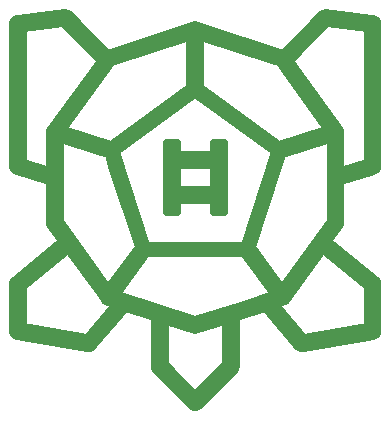
<source format=gbo>
G04 #@! TF.GenerationSoftware,KiCad,Pcbnew,8.0.5*
G04 #@! TF.CreationDate,2024-10-05T13:16:41+02:00*
G04 #@! TF.ProjectId,valiant-turtle-2,76616c69-616e-4742-9d74-7572746c652d,rev?*
G04 #@! TF.SameCoordinates,Original*
G04 #@! TF.FileFunction,Legend,Bot*
G04 #@! TF.FilePolarity,Positive*
%FSLAX46Y46*%
G04 Gerber Fmt 4.6, Leading zero omitted, Abs format (unit mm)*
G04 Created by KiCad (PCBNEW 8.0.5) date 2024-10-05 13:16:41*
%MOMM*%
%LPD*%
G01*
G04 APERTURE LIST*
G04 Aperture macros list*
%AMRoundRect*
0 Rectangle with rounded corners*
0 $1 Rounding radius*
0 $2 $3 $4 $5 $6 $7 $8 $9 X,Y pos of 4 corners*
0 Add a 4 corners polygon primitive as box body*
4,1,4,$2,$3,$4,$5,$6,$7,$8,$9,$2,$3,0*
0 Add four circle primitives for the rounded corners*
1,1,$1+$1,$2,$3*
1,1,$1+$1,$4,$5*
1,1,$1+$1,$6,$7*
1,1,$1+$1,$8,$9*
0 Add four rect primitives between the rounded corners*
20,1,$1+$1,$2,$3,$4,$5,0*
20,1,$1+$1,$4,$5,$6,$7,0*
20,1,$1+$1,$6,$7,$8,$9,0*
20,1,$1+$1,$8,$9,$2,$3,0*%
%AMHorizOval*
0 Thick line with rounded ends*
0 $1 width*
0 $2 $3 position (X,Y) of the first rounded end (center of the circle)*
0 $4 $5 position (X,Y) of the second rounded end (center of the circle)*
0 Add line between two ends*
20,1,$1,$2,$3,$4,$5,0*
0 Add two circle primitives to create the rounded ends*
1,1,$1,$2,$3*
1,1,$1,$4,$5*%
%AMRotRect*
0 Rectangle, with rotation*
0 The origin of the aperture is its center*
0 $1 length*
0 $2 width*
0 $3 Rotation angle, in degrees counterclockwise*
0 Add horizontal line*
21,1,$1,$2,0,0,$3*%
%AMFreePoly0*
4,1,28,0.605014,0.794986,0.644504,0.794986,0.724698,0.756366,0.780194,0.686777,0.800000,0.600000,0.800000,-0.600000,0.780194,-0.686777,0.724698,-0.756366,0.644504,-0.794986,0.605014,-0.794986,0.600000,-0.800000,0.000000,-0.800000,-0.178017,-0.779942,-0.347107,-0.720775,-0.498792,-0.625465,-0.625465,-0.498792,-0.720775,-0.347107,-0.779942,-0.178017,-0.800000,0.000000,-0.779942,0.178017,
-0.720775,0.347107,-0.625465,0.498792,-0.498792,0.625465,-0.347107,0.720775,-0.178017,0.779942,0.000000,0.800000,0.600000,0.800000,0.605014,0.794986,0.605014,0.794986,$1*%
%AMFreePoly1*
4,1,28,0.178017,0.779942,0.347107,0.720775,0.498792,0.625465,0.625465,0.498792,0.720775,0.347107,0.779942,0.178017,0.800000,0.000000,0.779942,-0.178017,0.720775,-0.347107,0.625465,-0.498792,0.498792,-0.625465,0.347107,-0.720775,0.178017,-0.779942,0.000000,-0.800000,-0.600000,-0.800000,-0.605014,-0.794986,-0.644504,-0.794986,-0.724698,-0.756366,-0.780194,-0.686777,-0.800000,-0.600000,
-0.800000,0.600000,-0.780194,0.686777,-0.724698,0.756366,-0.644504,0.794986,-0.605014,0.794986,-0.600000,0.800000,0.000000,0.800000,0.178017,0.779942,0.178017,0.779942,$1*%
G04 Aperture macros list end*
%ADD10C,0.500000*%
%ADD11C,3.200000*%
%ADD12RoundRect,0.250000X-0.059266X-0.939208X0.911555X-0.233866X0.059266X0.939208X-0.911555X0.233866X0*%
%ADD13HorizOval,1.700000X-0.073473X0.101127X0.073473X-0.101127X0*%
%ADD14R,1.700000X1.700000*%
%ADD15O,1.700000X1.700000*%
%ADD16R,1.600000X1.600000*%
%ADD17O,1.600000X1.600000*%
%ADD18RotRect,1.700000X1.700000X18.000000*%
%ADD19HorizOval,1.700000X0.000000X0.000000X0.000000X0.000000X0*%
%ADD20RoundRect,0.250000X-0.600000X-0.725000X0.600000X-0.725000X0.600000X0.725000X-0.600000X0.725000X0*%
%ADD21O,1.700000X1.950000*%
%ADD22RoundRect,0.250000X0.504106X-0.794671X0.874926X0.346597X-0.504106X0.794671X-0.874926X-0.346597X0*%
%ADD23HorizOval,1.700000X-0.118882X0.038627X0.118882X-0.038627X0*%
%ADD24C,2.200000*%
%ADD25C,1.850000*%
%ADD26RoundRect,0.200000X-0.600000X-0.600000X0.600000X-0.600000X0.600000X0.600000X-0.600000X0.600000X0*%
%ADD27C,1.600000*%
%ADD28FreePoly0,0.000000*%
%ADD29FreePoly1,0.000000*%
%ADD30RoundRect,0.250000X-0.874926X0.346597X-0.504106X-0.794671X0.874926X-0.346597X0.504106X0.794671X0*%
%ADD31HorizOval,1.700000X-0.118882X-0.038627X0.118882X0.038627X0*%
G04 APERTURE END LIST*
D10*
X123483000Y-123129410D02*
X126483000Y-123129410D01*
X126483000Y-122129410D01*
X127483000Y-122129410D01*
X127483000Y-128129410D01*
X126483000Y-128129410D01*
X126483000Y-127129410D01*
X123483000Y-127129410D01*
X123483000Y-128129410D01*
X122483000Y-128129410D01*
X122483000Y-126129410D01*
X123483000Y-126129410D01*
X126483000Y-126129410D01*
X126483000Y-124129410D01*
X123483000Y-124129410D01*
X123483000Y-126129410D01*
X122483000Y-126129410D01*
X122483000Y-122129410D01*
X123483000Y-122129410D01*
X123483000Y-123129410D01*
G36*
X123483000Y-123129410D02*
G01*
X126483000Y-123129410D01*
X126483000Y-122129410D01*
X127483000Y-122129410D01*
X127483000Y-128129410D01*
X126483000Y-128129410D01*
X126483000Y-127129410D01*
X123483000Y-127129410D01*
X123483000Y-128129410D01*
X122483000Y-128129410D01*
X122483000Y-126129410D01*
X123483000Y-126129410D01*
X126483000Y-126129410D01*
X126483000Y-124129410D01*
X123483000Y-124129410D01*
X123483000Y-126129410D01*
X122483000Y-126129410D01*
X122483000Y-122129410D01*
X123483000Y-122129410D01*
X123483000Y-123129410D01*
G37*
X139983000Y-111629410D02*
X140112400Y-111646408D01*
X140233000Y-111696411D01*
X140336500Y-111775910D01*
X140416000Y-111879410D01*
X140466000Y-112000008D01*
X140483000Y-112129410D01*
X140483000Y-124129410D01*
X140466000Y-124258820D01*
X140416000Y-124379410D01*
X140336500Y-124482971D01*
X140233000Y-124562424D01*
X140112400Y-124612381D01*
X137346700Y-125534256D01*
X137346700Y-129146620D01*
X136341600Y-130530000D01*
X140336500Y-133775850D01*
X140416000Y-133879410D01*
X140466000Y-134000000D01*
X140483000Y-134129410D01*
X140483000Y-138129410D01*
X140466000Y-138258810D01*
X140416000Y-138379410D01*
X140336500Y-138482910D01*
X140233000Y-138562410D01*
X140112400Y-138612410D01*
X134180890Y-139600993D01*
X134112390Y-139612410D01*
X133983000Y-139629410D01*
X133853590Y-139612410D01*
X133733000Y-139562410D01*
X133629440Y-139482910D01*
X130879440Y-136232910D01*
X130867510Y-136217410D01*
X128483000Y-136992210D01*
X128483000Y-141129410D01*
X128465960Y-141258810D01*
X128416001Y-141379410D01*
X128336550Y-141482910D01*
X125336546Y-144482910D01*
X125233000Y-144562411D01*
X125112395Y-144612410D01*
X124983000Y-144629410D01*
X124853605Y-144612410D01*
X124733000Y-144562411D01*
X124629454Y-144482910D01*
X121629450Y-141482910D01*
X121549999Y-141379410D01*
X121500040Y-141258810D01*
X121483000Y-141129410D01*
X121483000Y-137317110D01*
X122483000Y-137317110D01*
X122483000Y-140922310D01*
X124983000Y-143422310D01*
X127483000Y-140922310D01*
X127483000Y-137317110D01*
X124983000Y-138129410D01*
X122483000Y-137317110D01*
X121483000Y-137317110D01*
X121483000Y-136992210D01*
X119098490Y-136217410D01*
X119086559Y-136232910D01*
X116336561Y-139482910D01*
X116233000Y-139562410D01*
X116112410Y-139612410D01*
X115983000Y-139629410D01*
X115853609Y-139612410D01*
X115785109Y-139600993D01*
X109853600Y-138612410D01*
X109733000Y-138562410D01*
X109629500Y-138482910D01*
X109550001Y-138379410D01*
X109500000Y-138258810D01*
X109483000Y-138129410D01*
X109483000Y-134363970D01*
X110483000Y-134363970D01*
X110483000Y-137708210D01*
X115785109Y-138591910D01*
X118075529Y-135885010D01*
X117620569Y-135737187D01*
X117341799Y-135646610D01*
X116872056Y-135000060D01*
X118429579Y-135000060D01*
X124983000Y-137129410D01*
X128812843Y-135885010D01*
X131890471Y-135885010D01*
X134180890Y-138591910D01*
X139483000Y-137708210D01*
X139483000Y-134363970D01*
X135756100Y-131335890D01*
X132624200Y-135646610D01*
X132345431Y-135737187D01*
X131890471Y-135885010D01*
X128812843Y-135885010D01*
X131536420Y-135000060D01*
X129097491Y-131643166D01*
X129067240Y-131601530D01*
X120898760Y-131601530D01*
X118429579Y-135000060D01*
X116872056Y-135000060D01*
X114209900Y-131335890D01*
X110483000Y-134363970D01*
X109483000Y-134363970D01*
X109483000Y-134129410D01*
X109500000Y-134000000D01*
X109550001Y-133879410D01*
X109629500Y-133775850D01*
X113624399Y-130530000D01*
X112619299Y-129146620D01*
X112619299Y-128837601D01*
X113570299Y-128837601D01*
X117620569Y-134412280D01*
X120089739Y-131013750D01*
X129876260Y-131013750D01*
X132345431Y-134412280D01*
X136395700Y-128837601D01*
X136395700Y-121946949D01*
X132400470Y-123245070D01*
X132091440Y-124196160D01*
X129876260Y-131013750D01*
X120089739Y-131013750D01*
X117874560Y-124196158D01*
X117565531Y-123245070D01*
X116707529Y-122966290D01*
X118325609Y-122966290D01*
X120868510Y-130792530D01*
X129097491Y-130792530D01*
X131640391Y-122966290D01*
X124983000Y-118129410D01*
X118325609Y-122966290D01*
X116707529Y-122966290D01*
X113570299Y-121946949D01*
X113570299Y-128837601D01*
X112619299Y-128837601D01*
X112619299Y-125534256D01*
X109853600Y-124612381D01*
X109733000Y-124562424D01*
X109629500Y-124482971D01*
X109550001Y-124379410D01*
X109500000Y-124258820D01*
X109483000Y-124129410D01*
X109483000Y-112566910D01*
X110483000Y-112566910D01*
X110483000Y-123769989D01*
X112619299Y-124482071D01*
X112619299Y-121112200D01*
X112703796Y-120995899D01*
X113879301Y-120995899D01*
X117874560Y-122294010D01*
X124483000Y-117492689D01*
X125483000Y-117492689D01*
X132091440Y-122294010D01*
X136086700Y-120995899D01*
X132036420Y-115421219D01*
X131477229Y-115239529D01*
X133079980Y-115239529D01*
X137346700Y-121112200D01*
X137346700Y-124482071D01*
X139483000Y-123769989D01*
X139483000Y-112566910D01*
X136167100Y-112152409D01*
X133079980Y-115239529D01*
X131477229Y-115239529D01*
X125483000Y-113291910D01*
X125483000Y-117492689D01*
X124483000Y-117492689D01*
X124483000Y-113291910D01*
X117929579Y-115421219D01*
X113879301Y-120995899D01*
X112703796Y-120995899D01*
X116886019Y-115239529D01*
X113798899Y-112152409D01*
X110483000Y-112566910D01*
X109483000Y-112566910D01*
X109483000Y-112129410D01*
X109500000Y-112000008D01*
X109550001Y-111879410D01*
X109629500Y-111775910D01*
X109733000Y-111696411D01*
X109853600Y-111646408D01*
X109983000Y-111629410D01*
X113983000Y-111129410D01*
X114112400Y-111146408D01*
X114233000Y-111196411D01*
X114336600Y-111275910D01*
X117591700Y-114531010D01*
X124983000Y-112129410D01*
X132374300Y-114531010D01*
X135629400Y-111275910D01*
X135733000Y-111196411D01*
X135853600Y-111146408D01*
X135983000Y-111129410D01*
X139983000Y-111629410D01*
G36*
X139983000Y-111629410D02*
G01*
X140112400Y-111646408D01*
X140233000Y-111696411D01*
X140336500Y-111775910D01*
X140416000Y-111879410D01*
X140466000Y-112000008D01*
X140483000Y-112129410D01*
X140483000Y-124129410D01*
X140466000Y-124258820D01*
X140416000Y-124379410D01*
X140336500Y-124482971D01*
X140233000Y-124562424D01*
X140112400Y-124612381D01*
X137346700Y-125534256D01*
X137346700Y-129146620D01*
X136341600Y-130530000D01*
X140336500Y-133775850D01*
X140416000Y-133879410D01*
X140466000Y-134000000D01*
X140483000Y-134129410D01*
X140483000Y-138129410D01*
X140466000Y-138258810D01*
X140416000Y-138379410D01*
X140336500Y-138482910D01*
X140233000Y-138562410D01*
X140112400Y-138612410D01*
X134180890Y-139600993D01*
X134112390Y-139612410D01*
X133983000Y-139629410D01*
X133853590Y-139612410D01*
X133733000Y-139562410D01*
X133629440Y-139482910D01*
X130879440Y-136232910D01*
X130867510Y-136217410D01*
X128483000Y-136992210D01*
X128483000Y-141129410D01*
X128465960Y-141258810D01*
X128416001Y-141379410D01*
X128336550Y-141482910D01*
X125336546Y-144482910D01*
X125233000Y-144562411D01*
X125112395Y-144612410D01*
X124983000Y-144629410D01*
X124853605Y-144612410D01*
X124733000Y-144562411D01*
X124629454Y-144482910D01*
X121629450Y-141482910D01*
X121549999Y-141379410D01*
X121500040Y-141258810D01*
X121483000Y-141129410D01*
X121483000Y-137317110D01*
X122483000Y-137317110D01*
X122483000Y-140922310D01*
X124983000Y-143422310D01*
X127483000Y-140922310D01*
X127483000Y-137317110D01*
X124983000Y-138129410D01*
X122483000Y-137317110D01*
X121483000Y-137317110D01*
X121483000Y-136992210D01*
X119098490Y-136217410D01*
X119086559Y-136232910D01*
X116336561Y-139482910D01*
X116233000Y-139562410D01*
X116112410Y-139612410D01*
X115983000Y-139629410D01*
X115853609Y-139612410D01*
X115785109Y-139600993D01*
X109853600Y-138612410D01*
X109733000Y-138562410D01*
X109629500Y-138482910D01*
X109550001Y-138379410D01*
X109500000Y-138258810D01*
X109483000Y-138129410D01*
X109483000Y-134363970D01*
X110483000Y-134363970D01*
X110483000Y-137708210D01*
X115785109Y-138591910D01*
X118075529Y-135885010D01*
X117620569Y-135737187D01*
X117341799Y-135646610D01*
X116872056Y-135000060D01*
X118429579Y-135000060D01*
X124983000Y-137129410D01*
X128812843Y-135885010D01*
X131890471Y-135885010D01*
X134180890Y-138591910D01*
X139483000Y-137708210D01*
X139483000Y-134363970D01*
X135756100Y-131335890D01*
X132624200Y-135646610D01*
X132345431Y-135737187D01*
X131890471Y-135885010D01*
X128812843Y-135885010D01*
X131536420Y-135000060D01*
X129097491Y-131643166D01*
X129067240Y-131601530D01*
X120898760Y-131601530D01*
X118429579Y-135000060D01*
X116872056Y-135000060D01*
X114209900Y-131335890D01*
X110483000Y-134363970D01*
X109483000Y-134363970D01*
X109483000Y-134129410D01*
X109500000Y-134000000D01*
X109550001Y-133879410D01*
X109629500Y-133775850D01*
X113624399Y-130530000D01*
X112619299Y-129146620D01*
X112619299Y-128837601D01*
X113570299Y-128837601D01*
X117620569Y-134412280D01*
X120089739Y-131013750D01*
X129876260Y-131013750D01*
X132345431Y-134412280D01*
X136395700Y-128837601D01*
X136395700Y-121946949D01*
X132400470Y-123245070D01*
X132091440Y-124196160D01*
X129876260Y-131013750D01*
X120089739Y-131013750D01*
X117874560Y-124196158D01*
X117565531Y-123245070D01*
X116707529Y-122966290D01*
X118325609Y-122966290D01*
X120868510Y-130792530D01*
X129097491Y-130792530D01*
X131640391Y-122966290D01*
X124983000Y-118129410D01*
X118325609Y-122966290D01*
X116707529Y-122966290D01*
X113570299Y-121946949D01*
X113570299Y-128837601D01*
X112619299Y-128837601D01*
X112619299Y-125534256D01*
X109853600Y-124612381D01*
X109733000Y-124562424D01*
X109629500Y-124482971D01*
X109550001Y-124379410D01*
X109500000Y-124258820D01*
X109483000Y-124129410D01*
X109483000Y-112566910D01*
X110483000Y-112566910D01*
X110483000Y-123769989D01*
X112619299Y-124482071D01*
X112619299Y-121112200D01*
X112703796Y-120995899D01*
X113879301Y-120995899D01*
X117874560Y-122294010D01*
X124483000Y-117492689D01*
X125483000Y-117492689D01*
X132091440Y-122294010D01*
X136086700Y-120995899D01*
X132036420Y-115421219D01*
X131477229Y-115239529D01*
X133079980Y-115239529D01*
X137346700Y-121112200D01*
X137346700Y-124482071D01*
X139483000Y-123769989D01*
X139483000Y-112566910D01*
X136167100Y-112152409D01*
X133079980Y-115239529D01*
X131477229Y-115239529D01*
X125483000Y-113291910D01*
X125483000Y-117492689D01*
X124483000Y-117492689D01*
X124483000Y-113291910D01*
X117929579Y-115421219D01*
X113879301Y-120995899D01*
X112703796Y-120995899D01*
X116886019Y-115239529D01*
X113798899Y-112152409D01*
X110483000Y-112566910D01*
X109483000Y-112566910D01*
X109483000Y-112129410D01*
X109500000Y-112000008D01*
X109550001Y-111879410D01*
X109629500Y-111775910D01*
X109733000Y-111696411D01*
X109853600Y-111646408D01*
X109983000Y-111629410D01*
X113983000Y-111129410D01*
X114112400Y-111146408D01*
X114233000Y-111196411D01*
X114336600Y-111275910D01*
X117591700Y-114531010D01*
X124983000Y-112129410D01*
X132374300Y-114531010D01*
X135629400Y-111275910D01*
X135733000Y-111196411D01*
X135853600Y-111146408D01*
X135983000Y-111129410D01*
X139983000Y-111629410D01*
G37*
%LPC*%
D11*
X100060000Y-105360000D03*
X150060000Y-105350000D03*
D12*
X159704915Y-144188926D03*
D13*
X161727457Y-142719463D03*
X163750000Y-141250000D03*
D14*
X167860000Y-93820000D03*
D15*
X167860000Y-91280000D03*
X167860000Y-88740000D03*
X167860000Y-86200000D03*
X167860000Y-83660000D03*
X167860000Y-81120000D03*
X167860000Y-78580000D03*
X167860000Y-76040000D03*
X167860000Y-73500000D03*
D16*
X174000000Y-126450000D03*
D17*
X174000000Y-123910000D03*
X174000000Y-121370000D03*
X174000000Y-118830000D03*
X174000000Y-116290000D03*
X174000000Y-113750000D03*
X174000000Y-111210000D03*
X174000000Y-108670000D03*
X161300000Y-108670000D03*
X161300000Y-111210000D03*
X161300000Y-113750000D03*
X161300000Y-116290000D03*
X161300000Y-118830000D03*
X161300000Y-121370000D03*
X161300000Y-123910000D03*
X161300000Y-126450000D03*
D11*
X185060000Y-124860000D03*
D16*
X88962500Y-126140000D03*
D17*
X88962500Y-123600000D03*
X88962500Y-121060000D03*
X88962500Y-118520000D03*
X88962500Y-115980000D03*
X88962500Y-113440000D03*
X88962500Y-110900000D03*
X88962500Y-108360000D03*
X76262500Y-108360000D03*
X76262500Y-110900000D03*
X76262500Y-113440000D03*
X76262500Y-115980000D03*
X76262500Y-118520000D03*
X76262500Y-121060000D03*
X76262500Y-123600000D03*
X76262500Y-126140000D03*
D14*
X139750000Y-50725000D03*
D15*
X139750000Y-53265000D03*
X139750000Y-55805000D03*
D18*
X174469732Y-80848582D03*
D19*
X175254635Y-83264266D03*
X176039538Y-85679949D03*
D20*
X87250000Y-51750000D03*
D21*
X89750000Y-51750000D03*
X92250000Y-51750000D03*
X94750000Y-51750000D03*
X97250000Y-51750000D03*
D11*
X100060000Y-150360000D03*
X125050000Y-52850000D03*
X65050000Y-124860000D03*
D22*
X65750000Y-114750000D03*
D23*
X66522542Y-112372359D03*
X67295085Y-109994717D03*
X68067627Y-107617076D03*
D11*
X150070000Y-150360000D03*
D20*
X75500000Y-91000000D03*
D21*
X78000000Y-91000000D03*
X80500000Y-91000000D03*
X83000000Y-91000000D03*
X85500000Y-91000000D03*
X88000000Y-91000000D03*
D24*
X150885000Y-50537500D03*
D25*
X151185000Y-53567500D03*
X156035000Y-53567500D03*
D24*
X156335000Y-50537500D03*
D26*
X144720000Y-50407500D03*
D27*
X144720000Y-52947500D03*
D28*
X144720000Y-55487500D03*
D27*
X144720000Y-58027500D03*
X144720000Y-60567500D03*
X144720000Y-63107500D03*
X144720000Y-65647500D03*
D28*
X144720000Y-68187500D03*
D27*
X144720000Y-70727500D03*
X144720000Y-73267500D03*
X144720000Y-75807500D03*
X144720000Y-78347500D03*
D28*
X144720000Y-80887500D03*
D27*
X144720000Y-83427500D03*
X144720000Y-85967500D03*
X144720000Y-88507500D03*
X144720000Y-91047500D03*
D28*
X144720000Y-93587500D03*
D27*
X144720000Y-96127500D03*
X144720000Y-98667500D03*
X162500000Y-98667500D03*
X162500000Y-96127500D03*
D29*
X162500000Y-93587500D03*
D27*
X162500000Y-91047500D03*
X162500000Y-88507500D03*
X162500000Y-85967500D03*
X162500000Y-83427500D03*
D29*
X162500000Y-80887500D03*
D27*
X162500000Y-78347500D03*
X162500000Y-75807500D03*
X162500000Y-73267500D03*
X162500000Y-70727500D03*
D29*
X162500000Y-68187500D03*
D27*
X162500000Y-65647500D03*
X162500000Y-63107500D03*
X162500000Y-60567500D03*
X162500000Y-58027500D03*
D29*
X162500000Y-55487500D03*
D27*
X162500000Y-52947500D03*
X162500000Y-50407500D03*
D30*
X181932373Y-107617077D03*
D31*
X182704915Y-109994718D03*
X183477458Y-112372360D03*
X184250000Y-114750001D03*
%LPD*%
M02*

</source>
